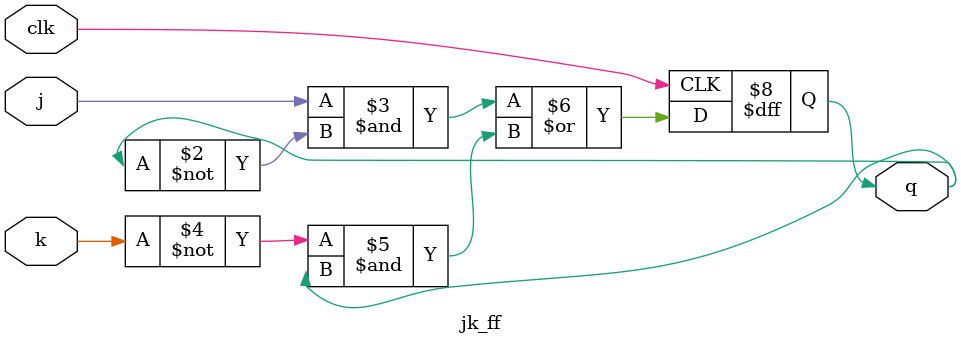
<source format=v>
`timescale 1ns / 1ps


module jk_ff(q,clk,j,k); 
    output reg q;
    input clk,j,k;
    initial q=0;
    always@(negedge clk) 
            q <= (j&(~q))|((~k)&q);
endmodule

</source>
